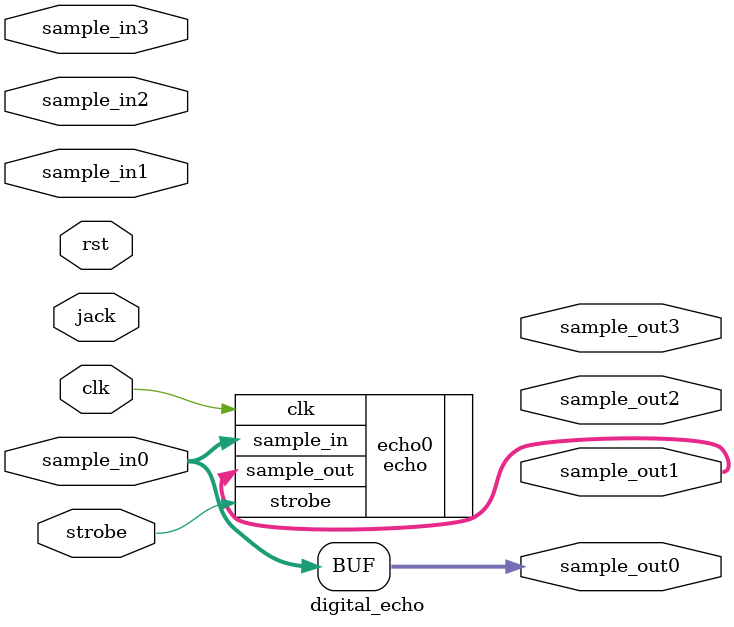
<source format=sv>

module digital_echo #(
    parameter W = 16,
    // Length of the echo buffers in samples.
    parameter ECHO_LEN = 4096,
)(
    input rst,
    input clk,
    input strobe,
    input signed [W-1:0] sample_in0,
    input signed [W-1:0] sample_in1,
    input signed [W-1:0] sample_in2,
    input signed [W-1:0] sample_in3,
    output logic signed [W-1:0] sample_out0,
    output logic signed [W-1:0] sample_out1,
    output logic signed [W-1:0] sample_out2,
    output logic signed [W-1:0] sample_out3,
    input [7:0] jack
);

echo #(W, ECHO_LEN) echo0(
    .clk(clk),
    .strobe(strobe),
    .sample_in(sample_in0),
    .sample_out(sample_out1)
);

assign sample_out0 = sample_in0;

endmodule

</source>
